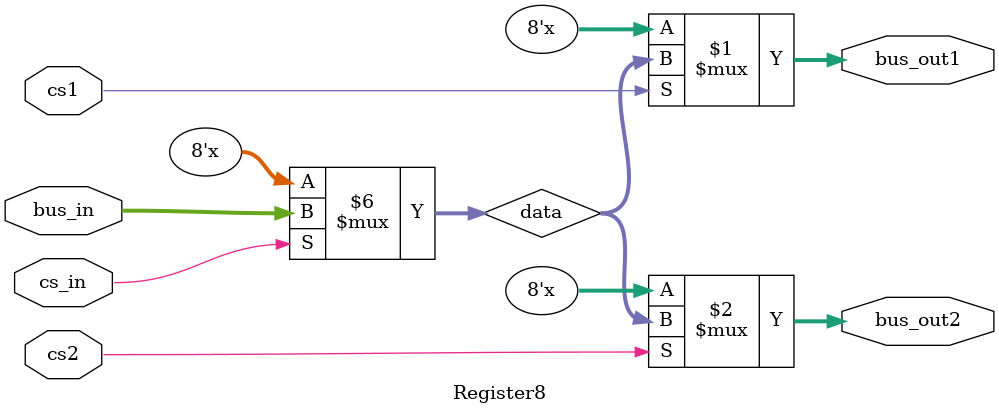
<source format=v>
module Register8(cs_in, cs1, cs2, bus_in, bus_out1, bus_out2);
    input cs_in, cs1, cs2;
    input [7:0] bus_in;
    output [7:0] bus_out1, bus_out2;
    reg [7:0] data;
    
    assign bus_out1 = cs1? data : 8'bz;
    assign bus_out2 = cs2? data : 8'bz;
    
    initial data = 8'h00;
    
    always @ (cs_in or bus_in)
        if (cs_in)
            data = bus_in;

endmodule

</source>
